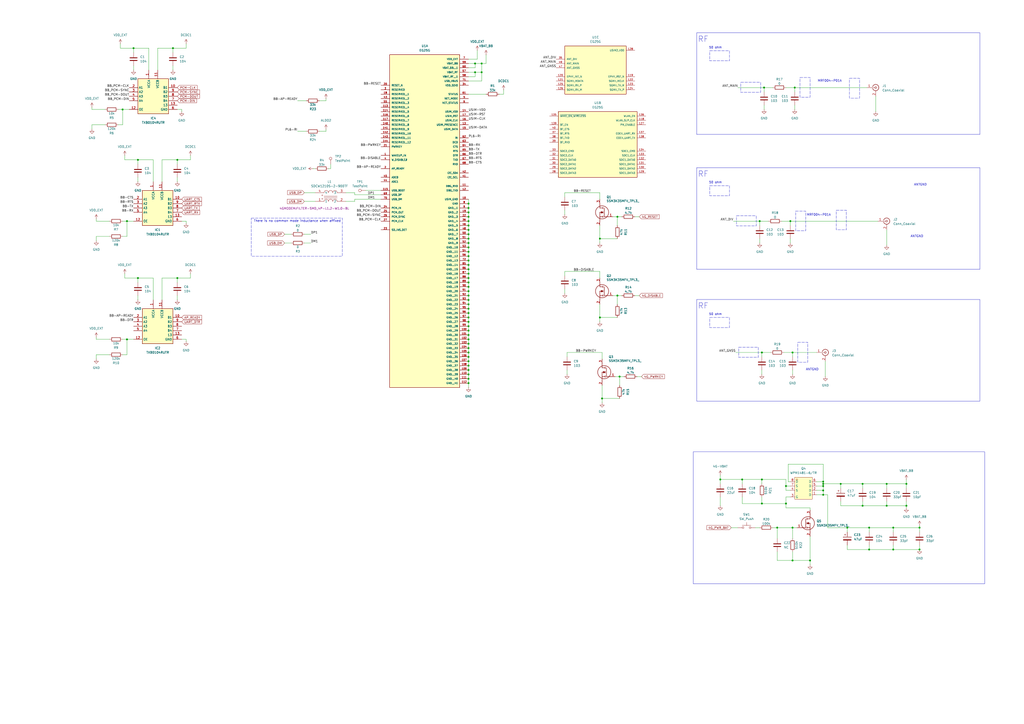
<source format=kicad_sch>
(kicad_sch (version 20231120) (generator "eeschema") (generator_version "8.0")
  (paper "A2")
  (junction (at 271.78 173.99))
  (junction (at 271.78 179.07))
  (junction (at 450.85 306.07))
  (junction (at 271.78 118.11))
  (junction (at 102.87 161.29))
  (junction (at 441.96 204.47))
  (junction (at 271.78 176.53))
  (junction (at 271.78 219.71))
  (junction (at 73.66 128.27))
  (junction (at 514.35 293.37))
  (junction (at 275.59 36.83))
  (junction (at 349.25 231.14))
  (junction (at 271.78 186.69))
  (junction (at 271.78 120.65))
  (junction (at 358.14 171.45))
  (junction (at 271.78 191.77))
  (junction (at 279.4 36.83))
  (junction (at 459.74 325.12))
  (junction (at 469.9 325.12))
  (junction (at 477.52 280.67))
  (junction (at 271.78 181.61))
  (junction (at 271.78 194.31))
  (junction (at 487.68 280.67))
  (junction (at 271.78 209.55))
  (junction (at 271.78 166.37))
  (junction (at 359.41 218.44))
  (junction (at 271.78 222.25))
  (junction (at 525.78 293.37))
  (junction (at 271.78 168.91))
  (junction (at 430.53 278.13))
  (junction (at 500.38 293.37))
  (junction (at 271.78 130.81))
  (junction (at 504.19 318.77))
  (junction (at 459.74 306.07))
  (junction (at 347.98 138.43))
  (junction (at 80.01 161.29))
  (junction (at 443.23 50.8))
  (junction (at 458.47 128.27))
  (junction (at 271.78 146.05))
  (junction (at 271.78 217.17))
  (junction (at 477.52 284.48))
  (junction (at 271.78 148.59))
  (junction (at 533.4 306.07))
  (junction (at 504.19 306.07))
  (junction (at 271.78 214.63))
  (junction (at 441.96 292.1))
  (junction (at 525.78 280.67))
  (junction (at 271.78 207.01))
  (junction (at 275.59 41.91))
  (junction (at 271.78 199.39))
  (junction (at 71.12 63.5))
  (junction (at 518.16 306.07))
  (junction (at 271.78 158.75))
  (junction (at 271.78 189.23))
  (junction (at 459.74 204.47))
  (junction (at 73.66 196.85))
  (junction (at 271.78 138.43))
  (junction (at 271.78 156.21))
  (junction (at 271.78 143.51))
  (junction (at 279.4 41.91))
  (junction (at 271.78 153.67))
  (junction (at 271.78 125.73))
  (junction (at 455.93 281.94))
  (junction (at 477.52 281.94))
  (junction (at 461.01 50.8))
  (junction (at 271.78 140.97))
  (junction (at 441.96 278.13))
  (junction (at 533.4 318.77))
  (junction (at 358.14 125.73))
  (junction (at 271.78 171.45))
  (junction (at 80.01 92.71))
  (junction (at 271.78 151.13))
  (junction (at 271.78 201.93))
  (junction (at 100.33 27.94))
  (junction (at 491.49 306.07))
  (junction (at 77.47 27.94))
  (junction (at 271.78 204.47))
  (junction (at 477.52 287.02))
  (junction (at 347.98 184.15))
  (junction (at 514.35 280.67))
  (junction (at 271.78 163.83))
  (junction (at 102.87 92.71))
  (junction (at 271.78 133.35))
  (junction (at 271.78 128.27))
  (junction (at 271.78 184.15))
  (junction (at 271.78 212.09))
  (junction (at 500.38 280.67))
  (junction (at 477.52 279.4))
  (junction (at 271.78 161.29))
  (junction (at 271.78 123.19))
  (junction (at 271.78 196.85))
  (junction (at 455.93 292.1))
  (junction (at 518.16 318.77))
  (junction (at 417.83 278.13))
  (junction (at 271.78 135.89))
  (junction (at 440.69 128.27))
  (wire (pts (xy 458.47 128.27) (xy 509.27 128.27)))
  (wire (pts (xy 518.16 306.07) (xy 518.16 308.61)))
  (wire (pts (xy 368.3 171.45) (xy 370.84 171.45)))
  (wire (pts (xy 271.78 156.21) (xy 271.78 158.75)))
  (wire (pts (xy 191.77 97.79) (xy 190.5 97.79)))
  (wire (pts (xy 271.78 191.77) (xy 271.78 194.31)))
  (wire (pts (xy 347.98 184.15) (xy 347.98 186.69)))
  (wire (pts (xy 450.85 325.12) (xy 459.74 325.12)))
  (wire (pts (xy 93.98 161.29) (xy 102.87 161.29)))
  (wire (pts (xy 271.78 120.65) (xy 271.78 123.19)))
  (wire (pts (xy 430.53 278.13) (xy 441.96 278.13)))
  (wire (pts (xy 68.58 63.5) (xy 71.12 63.5)))
  (wire (pts (xy 91.44 27.94) (xy 100.33 27.94)))
  (wire (pts (xy 271.78 133.35) (xy 271.78 135.89)))
  (wire (pts (xy 191.77 95.25) (xy 191.77 97.79)))
  (wire (pts (xy 100.33 27.94) (xy 107.95 27.94)))
  (wire (pts (xy 347.98 130.81) (xy 347.98 138.43)))
  (wire (pts (xy 461.01 60.96) (xy 461.01 63.5)))
  (wire (pts (xy 458.47 128.27) (xy 458.47 130.81)))
  (wire (pts (xy 100.33 38.1) (xy 100.33 40.64)))
  (wire (pts (xy 469.9 294.64) (xy 455.93 294.64)))
  (wire (pts (xy 491.49 306.07) (xy 491.49 308.61)))
  (wire (pts (xy 533.4 304.8) (xy 533.4 306.07)))
  (wire (pts (xy 271.78 118.11) (xy 271.78 120.65)))
  (wire (pts (xy 271.78 189.23) (xy 271.78 191.77)))
  (wire (pts (xy 220.98 115.57) (xy 205.74 115.57)))
  (wire (pts (xy 358.14 125.73) (xy 355.6 125.73)))
  (wire (pts (xy 469.9 295.91) (xy 469.9 294.64)))
  (wire (pts (xy 271.78 212.09) (xy 271.78 214.63)))
  (wire (pts (xy 176.53 116.84) (xy 182.88 116.84)))
  (wire (pts (xy 441.96 214.63) (xy 441.96 217.17)))
  (wire (pts (xy 271.78 138.43) (xy 271.78 140.97)))
  (wire (pts (xy 271.78 199.39) (xy 271.78 201.93)))
  (wire (pts (xy 212.09 110.49) (xy 220.98 110.49)))
  (wire (pts (xy 417.83 275.59) (xy 417.83 278.13)))
  (wire (pts (xy 271.78 214.63) (xy 271.78 217.17)))
  (wire (pts (xy 71.12 63.5) (xy 74.93 63.5)))
  (wire (pts (xy 55.88 139.7) (xy 55.88 137.16)))
  (wire (pts (xy 271.78 207.01) (xy 271.78 209.55)))
  (wire (pts (xy 205.74 113.03) (xy 205.74 111.76)))
  (wire (pts (xy 180.34 140.97) (xy 176.53 140.97)))
  (wire (pts (xy 88.9 173.99) (xy 88.9 161.29)))
  (wire (pts (xy 271.78 135.89) (xy 271.78 138.43)))
  (wire (pts (xy 55.88 127) (xy 55.88 128.27)))
  (wire (pts (xy 518.16 318.77) (xy 504.19 318.77)))
  (wire (pts (xy 91.44 40.64) (xy 91.44 27.94)))
  (wire (pts (xy 417.83 278.13) (xy 417.83 280.67)))
  (wire (pts (xy 71.12 72.39) (xy 71.12 63.5)))
  (wire (pts (xy 438.15 306.07) (xy 440.69 306.07)))
  (wire (pts (xy 441.96 292.1) (xy 455.93 292.1)))
  (wire (pts (xy 271.78 115.57) (xy 271.78 118.11)))
  (wire (pts (xy 71.12 196.85) (xy 73.66 196.85)))
  (wire (pts (xy 328.93 207.01) (xy 328.93 204.47)))
  (wire (pts (xy 533.4 318.77) (xy 518.16 318.77)))
  (wire (pts (xy 189.103 58.42) (xy 185.293 58.42)))
  (wire (pts (xy 487.68 280.67) (xy 500.38 280.67)))
  (wire (pts (xy 455.93 288.29) (xy 458.47 288.29)))
  (wire (pts (xy 441.96 278.13) (xy 455.93 278.13)))
  (wire (pts (xy 455.93 284.48) (xy 458.47 284.48)))
  (wire (pts (xy 55.88 208.28) (xy 55.88 205.74)))
  (wire (pts (xy 504.19 318.77) (xy 491.49 318.77)))
  (wire (pts (xy 441.96 204.47) (xy 447.04 204.47)))
  (wire (pts (xy 271.78 217.17) (xy 271.78 219.71)))
  (wire (pts (xy 459.74 204.47) (xy 454.66 204.47)))
  (wire (pts (xy 271.78 46.99) (xy 279.4 46.99)))
  (wire (pts (xy 440.69 138.43) (xy 440.69 140.97)))
  (wire (pts (xy 477.52 280.67) (xy 487.68 280.67)))
  (wire (pts (xy 105.41 64.77) (xy 105.41 63.5)))
  (wire (pts (xy 271.78 34.29) (xy 276.86 34.29)))
  (wire (pts (xy 55.88 128.27) (xy 63.5 128.27)))
  (wire (pts (xy 514.35 290.83) (xy 514.35 293.37)))
  (wire (pts (xy 500.38 290.83) (xy 500.38 293.37)))
  (wire (pts (xy 93.98 173.99) (xy 93.98 161.29)))
  (wire (pts (xy 107.95 196.85) (xy 105.41 196.85)))
  (wire (pts (xy 455.93 294.64) (xy 455.93 292.1)))
  (wire (pts (xy 360.68 125.73) (xy 358.14 125.73)))
  (wire (pts (xy 360.68 171.45) (xy 358.14 171.45)))
  (wire (pts (xy 271.78 204.47) (xy 271.78 207.01)))
  (wire (pts (xy 455.93 288.29) (xy 455.93 292.1)))
  (wire (pts (xy 358.14 171.45) (xy 355.6 171.45)))
  (wire (pts (xy 271.78 179.07) (xy 271.78 181.61)))
  (wire (pts (xy 514.35 280.67) (xy 525.78 280.67)))
  (wire (pts (xy 459.74 214.63) (xy 459.74 217.17)))
  (wire (pts (xy 181.61 97.79) (xy 182.88 97.79)))
  (wire (pts (xy 271.78 123.19) (xy 271.78 125.73)))
  (wire (pts (xy 462.28 306.07) (xy 459.74 306.07)))
  (wire (pts (xy 425.45 128.27) (xy 440.69 128.27)))
  (wire (pts (xy 107.95 198.12) (xy 107.95 196.85)))
  (wire (pts (xy 327.66 157.48) (xy 347.98 157.48)))
  (wire (pts (xy 271.78 201.93) (xy 271.78 204.47)))
  (wire (pts (xy 504.19 306.07) (xy 504.19 308.61)))
  (wire (pts (xy 440.69 128.27) (xy 445.77 128.27)))
  (wire (pts (xy 459.74 306.07) (xy 459.74 312.42)))
  (wire (pts (xy 275.59 39.37) (xy 271.78 39.37)))
  (wire (pts (xy 271.78 158.75) (xy 271.78 161.29)))
  (wire (pts (xy 448.31 306.07) (xy 450.85 306.07)))
  (wire (pts (xy 279.4 41.91) (xy 279.4 36.83)))
  (wire (pts (xy 275.59 44.45) (xy 271.78 44.45)))
  (wire (pts (xy 443.23 50.8) (xy 443.23 53.34)))
  (wire (pts (xy 271.78 173.99) (xy 271.78 176.53)))
  (wire (pts (xy 177.673 76.2) (xy 172.593 76.2)))
  (wire (pts (xy 107.95 128.27) (xy 105.41 128.27)))
  (wire (pts (xy 441.96 288.29) (xy 441.96 292.1)))
  (wire (pts (xy 205.74 115.57) (xy 205.74 116.84)))
  (wire (pts (xy 358.14 138.43) (xy 347.98 138.43)))
  (wire (pts (xy 271.78 171.45) (xy 271.78 173.99)))
  (wire (pts (xy 491.49 306.07) (xy 504.19 306.07)))
  (wire (pts (xy 477.52 269.24) (xy 477.52 279.4)))
  (wire (pts (xy 55.88 196.85) (xy 63.5 196.85)))
  (wire (pts (xy 533.4 306.07) (xy 533.4 308.61)))
  (wire (pts (xy 55.88 205.74) (xy 63.5 205.74)))
  (wire (pts (xy 275.59 41.91) (xy 275.59 44.45)))
  (wire (pts (xy 455.93 281.94) (xy 455.93 284.48)))
  (wire (pts (xy 327.66 111.76) (xy 347.98 111.76)))
  (wire (pts (xy 441.96 278.13) (xy 441.96 280.67)))
  (wire (pts (xy 271.78 176.53) (xy 271.78 179.07)))
  (wire (pts (xy 271.78 186.69) (xy 271.78 189.23)))
  (wire (pts (xy 271.78 151.13) (xy 271.78 153.67)))
  (wire (pts (xy 455.93 278.13) (xy 455.93 281.94)))
  (wire (pts (xy 88.9 105.41) (xy 88.9 92.71)))
  (wire (pts (xy 358.14 184.15) (xy 347.98 184.15)))
  (wire (pts (xy 349.25 204.47) (xy 349.25 208.28)))
  (wire (pts (xy 271.78 184.15) (xy 271.78 186.69)))
  (wire (pts (xy 80.01 161.29) (xy 72.39 161.29)))
  (wire (pts (xy 459.74 204.47) (xy 459.74 207.01)))
  (wire (pts (xy 53.34 62.23) (xy 53.34 63.5)))
  (wire (pts (xy 77.47 27.94) (xy 77.47 30.48)))
  (wire (pts (xy 165.1 140.97) (xy 168.91 140.97)))
  (wire (pts (xy 180.34 135.89) (xy 176.53 135.89)))
  (wire (pts (xy 53.34 63.5) (xy 60.96 63.5)))
  (wire (pts (xy 327.66 121.92) (xy 327.66 124.46)))
  (wire (pts (xy 271.78 146.05) (xy 271.78 148.59)))
  (wire (pts (xy 53.34 74.93) (xy 53.34 72.39)))
  (wire (pts (xy 107.95 27.94) (xy 107.95 25.4)))
  (wire (pts (xy 478.79 218.44) (xy 478.79 209.55)))
  (wire (pts (xy 417.83 278.13) (xy 430.53 278.13)))
  (wire (pts (xy 271.78 130.81) (xy 271.78 133.35)))
  (wire (pts (xy 100.33 27.94) (xy 100.33 30.48)))
  (wire (pts (xy 110.49 92.71) (xy 110.49 90.17)))
  (wire (pts (xy 458.47 128.27) (xy 453.39 128.27)))
  (wire (pts (xy 327.66 160.02) (xy 327.66 157.48)))
  (wire (pts (xy 80.01 102.87) (xy 80.01 105.41)))
  (wire (pts (xy 369.57 218.44) (xy 372.11 218.44)))
  (wire (pts (xy 271.78 196.85) (xy 271.78 199.39)))
  (wire (pts (xy 480.06 306.07) (xy 491.49 306.07)))
  (wire (pts (xy 358.14 130.81) (xy 358.14 125.73)))
  (wire (pts (xy 73.66 128.27) (xy 77.47 128.27)))
  (wire (pts (xy 457.2 269.24) (xy 477.52 269.24)))
  (wire (pts (xy 165.1 135.89) (xy 168.91 135.89)))
  (wire (pts (xy 271.78 209.55) (xy 271.78 212.09)))
  (wire (pts (xy 525.78 278.13) (xy 525.78 280.67)))
  (wire (pts (xy 275.59 36.83) (xy 275.59 39.37)))
  (wire (pts (xy 533.4 316.23) (xy 533.4 318.77)))
  (wire (pts (xy 514.35 293.37) (xy 500.38 293.37)))
  (wire (pts (xy 450.85 320.04) (xy 450.85 325.12)))
  (wire (pts (xy 327.66 167.64) (xy 327.66 170.18)))
  (wire (pts (xy 102.87 92.71) (xy 102.87 95.25)))
  (wire (pts (xy 328.93 204.47) (xy 349.25 204.47)))
  (wire (pts (xy 514.35 142.24) (xy 514.35 133.35)))
  (wire (pts (xy 107.95 129.54) (xy 107.95 128.27)))
  (wire (pts (xy 469.9 325.12) (xy 469.9 327.66)))
  (wire (pts (xy 205.74 116.84) (xy 200.66 116.84)))
  (wire (pts (xy 80.01 92.71) (xy 72.39 92.71)))
  (wire (pts (xy 102.87 92.71) (xy 110.49 92.71)))
  (wire (pts (xy 275.59 41.91) (xy 279.4 41.91)))
  (wire (pts (xy 440.69 128.27) (xy 440.69 130.81)))
  (wire (pts (xy 480.06 287.02) (xy 477.52 287.02)))
  (wire (pts (xy 71.12 128.27) (xy 73.66 128.27)))
  (wire (pts (xy 93.98 105.41) (xy 93.98 92.71)))
  (wire (pts (xy 347.98 138.43) (xy 347.98 140.97)))
  (wire (pts (xy 271.78 36.83) (xy 275.59 36.83)))
  (wire (pts (xy 271.78 222.25) (xy 271.78 224.79)))
  (wire (pts (xy 347.98 176.53) (xy 347.98 184.15)))
  (wire (pts (xy 271.78 54.61) (xy 281.94 54.61)))
  (wire (pts (xy 504.19 316.23) (xy 504.19 318.77)))
  (wire (pts (xy 72.39 92.71) (xy 72.39 90.17)))
  (wire (pts (xy 457.2 279.4) (xy 457.2 269.24)))
  (wire (pts (xy 88.9 92.71) (xy 80.01 92.71)))
  (wire (pts (xy 71.12 137.16) (xy 73.66 137.16)))
  (wire (pts (xy 359.41 223.52) (xy 359.41 218.44)))
  (wire (pts (xy 359.41 218.44) (xy 356.87 218.44)))
  (wire (pts (xy 271.78 41.91) (xy 275.59 41.91)))
  (wire (pts (xy 514.35 283.21) (xy 514.35 280.67)))
  (wire (pts (xy 480.06 287.02) (xy 480.06 306.07)))
  (wire (pts (xy 459.74 325.12) (xy 469.9 325.12)))
  (wire (pts (xy 487.68 283.21) (xy 487.68 280.67)))
  (wire (pts (xy 525.78 280.67) (xy 525.78 283.21)))
  (wire (pts (xy 105.41 63.5) (xy 102.87 63.5)))
  (wire (pts (xy 473.71 284.48) (xy 477.52 284.48)))
  (wire (pts (xy 271.78 143.51) (xy 271.78 146.05)))
  (wire (pts (xy 73.66 205.74) (xy 73.66 196.85)))
  (wire (pts (xy 347.98 111.76) (xy 347.98 115.57)))
  (wire (pts (xy 55.88 137.16) (xy 63.5 137.16)))
  (wire (pts (xy 275.59 36.83) (xy 279.4 36.83)))
  (wire (pts (xy 508 64.77) (xy 508 55.88)))
  (wire (pts (xy 327.66 114.3) (xy 327.66 111.76)))
  (wire (pts (xy 477.52 284.48) (xy 477.52 287.02)))
  (wire (pts (xy 102.87 161.29) (xy 102.87 163.83)))
  (wire (pts (xy 473.71 281.94) (xy 477.52 281.94)))
  (wire (pts (xy 500.38 280.67) (xy 514.35 280.67)))
  (wire (pts (xy 189.103 57.15) (xy 189.103 58.42)))
  (wire (pts (xy 491.49 318.77) (xy 491.49 316.23)))
  (wire (pts (xy 80.01 92.71) (xy 80.01 95.25)))
  (wire (pts (xy 176.53 111.76) (xy 182.88 111.76)))
  (wire (pts (xy 469.9 311.15) (xy 469.9 325.12)))
  (wire (pts (xy 450.85 306.07) (xy 459.74 306.07)))
  (wire (pts (xy 271.78 161.29) (xy 271.78 163.83)))
  (wire (pts (xy 361.95 218.44) (xy 359.41 218.44)))
  (wire (pts (xy 292.1 52.07) (xy 292.1 54.61)))
  (wire (pts (xy 72.39 161.29) (xy 72.39 158.75)))
  (wire (pts (xy 424.18 306.07) (xy 427.99 306.07)))
  (wire (pts (xy 68.58 72.39) (xy 71.12 72.39)))
  (wire (pts (xy 80.01 161.29) (xy 80.01 163.83)))
  (wire (pts (xy 271.78 168.91) (xy 271.78 171.45)))
  (wire (pts (xy 525.78 293.37) (xy 514.35 293.37)))
  (wire (pts (xy 279.4 36.83) (xy 281.94 36.83)))
  (wire (pts (xy 368.3 125.73) (xy 370.84 125.73)))
  (wire (pts (xy 461.01 50.8) (xy 461.01 53.34)))
  (wire (pts (xy 271.78 140.97) (xy 271.78 143.51)))
  (wire (pts (xy 349.25 231.14) (xy 349.25 233.68)))
  (wire (pts (xy 271.78 125.73) (xy 271.78 128.27)))
  (wire (pts (xy 77.47 27.94) (xy 69.85 27.94)))
  (wire (pts (xy 102.87 161.29) (xy 110.49 161.29)))
  (wire (pts (xy 271.78 219.71) (xy 271.78 222.25)))
  (wire (pts (xy 477.52 279.4) (xy 477.52 280.67)))
  (wire (pts (xy 430.53 288.29) (xy 430.53 292.1)))
  (wire (pts (xy 55.88 195.58) (xy 55.88 196.85)))
  (wire (pts (xy 455.93 281.94) (xy 458.47 281.94)))
  (wire (pts (xy 504.19 306.07) (xy 518.16 306.07)))
  (wire (pts (xy 73.66 196.85) (xy 77.47 196.85)))
  (wire (pts (xy 477.52 280.67) (xy 477.52 281.94)))
  (wire (pts (xy 86.36 40.64) (xy 86.36 27.94)))
  (wire (pts (xy 102.87 171.45) (xy 102.87 173.99)))
  (wire (pts (xy 189.103 76.2) (xy 185.293 76.2)))
  (wire (pts (xy 518.16 316.23) (xy 518.16 318.77)))
  (wire (pts (xy 276.86 29.21) (xy 276.86 34.29)))
  (wire (pts (xy 177.673 58.42) (xy 172.593 58.42)))
  (wire (pts (xy 53.34 72.39) (xy 60.96 72.39)))
  (wire (pts (xy 271.78 128.27) (xy 271.78 130.81)))
  (wire (pts (xy 205.74 111.76) (xy 200.66 111.76)))
  (wire (pts (xy 359.41 231.14) (xy 349.25 231.14)))
  (wire (pts (xy 93.98 92.71) (xy 102.87 92.71)))
  (wire (pts (xy 458.47 279.4) (xy 457.2 279.4)))
  (wire (pts (xy 525.78 293.37) (xy 525.78 294.64)))
  (wire (pts (xy 518.16 306.07) (xy 533.4 306.07)))
  (wire (pts (xy 473.71 279.4) (xy 477.52 279.4)))
  (wire (pts (xy 443.23 50.8) (xy 448.31 50.8)))
  (wire (pts (xy 279.4 46.99) (xy 279.4 41.91)))
  (wire (pts (xy 271.78 181.61) (xy 271.78 184.15)))
  (wire (pts (xy 110.49 161.29) (xy 110.49 158.75)))
  (wire (pts (xy 473.71 287.02) (xy 477.52 287.02)))
  (wire (pts (xy 88.9 161.29) (xy 80.01 161.29)))
  (wire (pts (xy 461.01 50.8) (xy 502.92 50.8)))
  (wire (pts (xy 487.68 293.37) (xy 487.68 290.83)))
  (wire (pts (xy 77.47 38.1) (xy 77.47 40.64)))
  (wire (pts (xy 71.12 205.74) (xy 73.66 205.74)))
  (wire (pts (xy 430.53 292.1) (xy 441.96 292.1)))
  (wire (pts (xy 477.52 281.94) (xy 477.52 284.48)))
  (wire (pts (xy 328.93 214.63) (xy 328.93 217.17)))
  (wire (pts (xy 450.85 306.07) (xy 450.85 312.42)))
  (wire (pts (xy 500.38 293.37) (xy 487.68 293.37)))
  (wire (pts (xy 271.78 163.83) (xy 271.78 166.37)))
  (wire (pts (xy 461.01 50.8) (xy 455.93 50.8)))
  (wire (pts (xy 271.78 148.59) (xy 271.78 151.13)))
  (wire (pts (xy 459.74 320.04) (xy 459.74 325.12)))
  (wire (pts (xy 349.25 223.52) (xy 349.25 231.14)))
  (wire (pts (xy 102.87 102.87) (xy 102.87 105.41)))
  (wire (pts (xy 86.36 27.94) (xy 77.47 27.94)))
  (wire (pts (xy 289.56 54.61) (xy 292.1 54.61)))
  (wire (pts (xy 417.83 288.29) (xy 417.83 293.37)))
  (wire (pts (xy 426.72 204.47) (xy 441.96 204.47)))
  (wire (pts (xy 281.94 36.83) (xy 281.94 31.75)))
  (wire (pts (xy 500.38 283.21) (xy 500.38 280.67)))
  (wire (pts (xy 458.47 138.43) (xy 458.47 140.97)))
  (wire (pts (xy 271.78 194.31) (xy 271.78 196.85)))
  (wire (pts (xy 525.78 290.83) (xy 525.78 293.37)))
  (wire (pts (xy 80.01 171.45) (xy 80.01 173.99)))
  (wire (pts (xy 443.23 60.96) (xy 443.23 63.5)))
  (wire (pts (xy 441.96 204.47) (xy 441.96 207.01)))
  (wire (pts (xy 271.78 166.37) (xy 271.78 168.91)))
  (wire (pts (xy 271.78 153.67) (xy 271.78 156.21)))
  (wire (pts (xy 189.103 74.93) (xy 189.103 76.2)))
  (wire (pts (xy 69.85 27.94) (xy 69.85 25.4)))
  (wire (pts (xy 347.98 157.48) (xy 347.98 161.29)))
  (wire (pts (xy 430.53 278.13) (xy 430.53 280.67)))
  (wire (pts (xy 459.74 204.47) (xy 473.71 204.47)))
  (wire (pts (xy 427.99 50.8) (xy 443.23 50.8)))
  (wire (pts (xy 220.98 113.03) (xy 205.74 113.03)))
  (wire (pts (xy 73.66 137.16) (xy 73.66 128.27)))
  (wire (pts (xy 358.14 176.53) (xy 358.14 171.45)))
  (rectangle (start 411.734 107.696) (end 423.164 113.538) (stroke (width 0) (type dash)))
  (rectangle (start 411.734 29.464) (end 423.164 35.306) (stroke (width 0) (type dash)))
  (rectangle (start 461.518 122.428) (end 467.36 133.858) (stroke (width 0) (type dash)))
  (rectangle (start 485.14 121.92) (end 490.982 133.35) (stroke (width 0) (type dash)))
  (rectangle (start 402.082 262.128) (end 571.246 338.582))
  (rectangle (start 428.498 201.422) (end 439.928 207.264) (stroke (width 0) (type dash)))
  (rectangle (start 145.796 126.492) (end 198.628 148.59) (stroke (width 0) (type dash)))
  (rectangle (start 404.114 173.736) (end 568.452 232.664))
  (rectangle (start 462.788 198.628) (end 468.63 210.058) (stroke (width 0) (type dash)))
  (rectangle (start 427.228 125.222) (end 438.658 131.064) (stroke (width 0) (type dash)))
  (rectangle (start 429.768 47.752) (end 441.198 53.594) (stroke (width 0) (type dash)))
  (rectangle (start 404.114 19.05) (end 568.452 77.978))
  (rectangle (start 411.734 184.15) (end 423.164 189.992) (stroke (width 0) (type dash)))
  (rectangle (start 464.058 44.958) (end 469.9 56.388) (stroke (width 0) (type dash)))
  (rectangle (start 492.76 45.466) (end 498.602 56.896) (stroke (width 0) (type dash)))
  (rectangle (start 404.114 97.282) (end 568.452 156.21))
  (text "50 ohm" (at 415.036 182.372 0) (effects (font (size 1.27 1.27))))
  (text "There is no common mode inductance when affixed" (at 172.466 128.27 0) (effects (font (size 1.27 1.27))))
  (text "RF\n" (at 407.924 22.86 0) (effects (font (size 3.27 3.27))))
  (text "MRF004-P01A" (at 474.98 124.714 0) (effects (font (size 1.27 1.27))))
  (text "RF\n" (at 407.924 177.546 0) (effects (font (size 3.27 3.27))))
  (text "50 ohm" (at 415.036 105.918 0) (effects (font (size 1.27 1.27))))
  (text "ANTGND\n" (at 531.876 137.16 0) (effects (font (size 1.27 1.27))))
  (text "ANTGND\n" (at 533.908 107.188 0) (effects (font (size 1.27 1.27))))
  (text "MRF004-P01A" (at 481.33 46.99 0) (effects (font (size 1.27 1.27))))
  (text "50 ohm" (at 415.036 27.686 0) (effects (font (size 1.27 1.27))))
  (text "RF\n" (at 407.924 101.092 0) (effects (font (size 3.27 3.27))))
  (text "ANTGND\n" (at 471.17 214.376 0) (effects (font (size 1.27 1.27))))
  (label "USIM-VDD" (at 271.78 64.77 0))
  (label "BB-DTR" (at 77.47 186.69 180))
  (label "BB_PCM-CLK" (at 220.98 128.27 180))
  (label "BB-DTR" (at 271.78 90.17 0))
  (label "BB-AP-READY" (at 77.47 184.15 180))
  (label "ANT_GNSS" (at 322.58 39.37 180))
  (label "BB-CTS" (at 271.78 95.25 0))
  (label "ANT_GNSS" (at 426.72 204.47 180))
  (label "ANT_DIV" (at 425.45 128.27 180))
  (label "BB-AP-READY" (at 220.98 97.79 180))
  (label "BB-TX" (at 77.47 120.65 180))
  (label "BB-TX" (at 271.78 87.63 0))
  (label "BB-PWRKEY" (at 334.01 204.47 0))
  (label "USIM-RST" (at 271.78 67.31 0))
  (label "BB_PCM-DIN" (at 220.98 120.65 180))
  (label "DP1" (at 180.34 135.89 0))
  (label "USIM-CLK" (at 271.78 69.85 0))
  (label "BB-RX" (at 77.47 123.19 180))
  (label "DM1" (at 180.34 140.97 0))
  (label "BB-PWRKEY" (at 220.98 85.09 180))
  (label "DP1" (at 213.36 113.03 0))
  (label "BB-RX" (at 271.78 85.09 0))
  (label "BB-DISABLE" (at 332.74 157.48 0))
  (label "PL6-RI" (at 172.593 76.2 180))
  (label "BB-RESET" (at 332.74 111.76 0))
  (label "BB_PCM-DOUT" (at 220.98 123.19 180))
  (label "BB_PCM-DIN" (at 74.93 58.42 180))
  (label "BB-DISABLE" (at 220.98 92.71 180))
  (label "ANT_MAIN" (at 322.58 36.83 180))
  (label "BB_PCM-DOUT" (at 74.93 55.88 180))
  (label "BB_PCM-SYNC" (at 220.98 125.73 180))
  (label "ANT_MAIN" (at 427.99 50.8 180))
  (label "BB_PCM-CLK" (at 74.93 50.8 180))
  (label "ANT_DIV" (at 322.58 34.29 180))
  (label "DM1" (at 213.36 115.57 0))
  (label "BB-RESET" (at 220.98 49.53 180))
  (label "BB-RTS" (at 271.78 92.71 0))
  (label "PL6-RI" (at 271.78 80.01 0))
  (label "USIM-DATA" (at 271.78 74.93 0))
  (label "BB-AP-READY" (at 172.593 58.42 180))
  (label "BB_PCM-SYNC" (at 74.93 53.34 180))
  (label "BB-RTS" (at 77.47 118.11 180))
  (label "BB-CTS" (at 77.47 115.57 180))
  (global_label "UART_DTR" (shape input) (at 105.41 186.69 0) (property "Intersheetrefs" "${INTERSHEET_REFS}" (effects (hide yes))))
  (global_label "USB_DP" (shape input) (at 165.1 135.89 180) (property "Intersheetrefs" "${INTERSHEET_REFS}" (effects (hide yes))))
  (global_label "4G_DISABLE" (shape input) (at 370.84 171.45 0) (property "Intersheetrefs" "${INTERSHEET_REFS}" (effects (hide yes))))
  (global_label "PCM-DIN" (shape input) (at 102.87 58.42 0) (property "Intersheetrefs" "${INTERSHEET_REFS}" (effects (hide yes))))
  (global_label "PCM-CLK" (shape input) (at 102.87 50.8 0) (property "Intersheetrefs" "${INTERSHEET_REFS}" (effects (hide yes))))
  (global_label "4G_RESET" (shape input) (at 370.84 125.73 0) (property "Intersheetrefs" "${INTERSHEET_REFS}" (effects (hide yes))))
  (global_label "PCM-DOUT" (shape input) (at 102.87 55.88 0) (property "Intersheetrefs" "${INTERSHEET_REFS}" (effects (hide yes))))
  (global_label "PCM-SYNC" (shape input) (at 102.87 53.34 0) (property "Intersheetrefs" "${INTERSHEET_REFS}" (effects (hide yes))))
  (global_label "4G_PWRKEY" (shape input) (at 372.11 218.44 0) (property "Intersheetrefs" "${INTERSHEET_REFS}" (effects (hide yes))))
  (global_label "USB_DP" (shape input) (at 176.53 111.76 180) (property "Intersheetrefs" "${INTERSHEET_REFS}" (effects (hide yes))))
  (global_label "UART_RX" (shape input) (at 105.41 123.19 0) (property "Intersheetrefs" "${INTERSHEET_REFS}" (effects (hide yes))))
  (global_label "UART_RTX" (shape input) (at 105.41 118.11 0) (property "Intersheetrefs" "${INTERSHEET_REFS}" (effects (hide yes))))
  (global_label "USB_DM" (shape input) (at 176.53 116.84 180) (property "Intersheetrefs" "${INTERSHEET_REFS}" (effects (hide yes))))
  (global_label "4G_PWR_BAT" (shape input) (at 424.18 306.07 180) (property "Intersheetrefs" "${INTERSHEET_REFS}" (effects (hide yes))))
  (global_label "AP_READY" (shape input) (at 105.41 184.15 0) (property "Intersheetrefs" "${INTERSHEET_REFS}" (effects (hide yes))))
  (global_label "UART_CTS" (shape input) (at 105.41 115.57 0) (property "Intersheetrefs" "${INTERSHEET_REFS}" (effects (hide yes))))
  (global_label "USB_DM" (shape input) (at 165.1 140.97 180) (property "Intersheetrefs" "${INTERSHEET_REFS}" (effects (hide yes))))
  (global_label "UART_TX" (shape input) (at 105.41 120.65 0) (property "Intersheetrefs" "${INTERSHEET_REFS}" (effects (hide yes))))
  (symbol (lib_id "power:GND") (at 53.34 74.93 0) (unit 1)
    (property "Reference" "#PWR010" (effects (hide yes)))
    (property "Value" "GND" (at 53.34 80.01 0))
    (property "Description" "Power symbol creates a global label with name \"GND\" , ground" (effects (hide yes)))
  )
  (symbol (lib_id "4GMODEM:SDCW1210S-2-900TF") (at 190.5 114.3 0) (unit 1)
    (property "Reference" "L1" (at 191.135 105.41 0))
    (property "Value" "SDCW1210S-2-900TF" (at 191.135 107.95 0))
    (property "Footprint" "4GMODEM:FILTER-SMD_4P-L1.2-W1.0-BL" (at 182.372 120.904 0))
    (property "Datasheet" "https://lcsc.com/product-detail/Others_Sunlord-SDCW1210S-2-900TF_C370242.html" (effects (hide yes)))
    (property "LCSC Part" "C370242" (effects (hide yes)))
  )
  (symbol (lib_id "Device:C_Polarized") (at 487.68 287.02 0) (unit 1)
    (property "Reference" "C17" (at 491.49 284.8609 0) (effects (justify left)))
    (property "Value" "47uF" (at 491.49 287.4009 0) (effects (justify left)))
    (property "Footprint" "Capacitor_SMD:C_0402_1005Metric" (effects (hide yes)))
    (property "Description" "Polarized capacitor" (effects (hide yes)))
  )
  (symbol (lib_id "power:GND") (at 417.83 293.37 0) (mirror y) (unit 1)
    (property "Reference" "#PWR046" (effects (hide yes)))
    (property "Value" "GND" (at 417.83 298.45 0))
    (property "Description" "Power symbol creates a global label with name \"GND\" , ground" (effects (hide yes)))
  )
  (symbol (lib_id "Device:R") (at 181.483 76.2 90) (mirror x) (unit 1)
    (property "Reference" "R24" (at 181.483 81.026 90))
    (property "Value" "33k" (at 181.483 78.486 90))
    (property "Footprint" "Resistor_SMD:R_0402_1005Metric" (effects (hide yes)))
    (property "Description" "Resistor" (effects (hide yes)))
  )
  (symbol (lib_id "power:GND") (at 271.78 224.79 0) (unit 1)
    (property "Reference" "#PWR01" (effects (hide yes)))
    (property "Value" "GND" (at 271.78 229.87 0))
    (property "Description" "Power symbol creates a global label with name \"GND\" , ground" (effects (hide yes)))
  )
  (symbol (lib_id "power:GND") (at 440.69 140.97 0) (unit 1)
    (property "Reference" "#PWR034" (effects (hide yes)))
    (property "Value" "GND" (at 440.69 146.05 0))
    (property "Description" "Power symbol creates a global label with name \"GND\" , ground" (effects (hide yes)))
  )
  (symbol (lib_id "power:GND") (at 461.01 63.5 0) (mirror y) (unit 1)
    (property "Reference" "#PWR033" (effects (hide yes)))
    (property "Value" "GND" (at 461.01 68.58 0))
    (property "Description" "Power symbol creates a global label with name \"GND\" , ground" (effects (hide yes)))
  )
  (symbol (lib_id "power:GND") (at 514.35 142.24 0) (mirror y) (unit 1)
    (property "Reference" "#PWR049" (effects (hide yes)))
    (property "Value" "GND" (at 514.35 147.32 0))
    (property "Description" "Power symbol creates a global label with name \"GND\" , ground" (effects (hide yes)))
  )
  (symbol (lib_id "Device:C") (at 417.83 284.48 0) (unit 1)
    (property "Reference" "C16" (at 421.64 283.2099 0) (effects (justify left)))
    (property "Value" "22uF" (at 421.64 285.7499 0) (effects (justify left)))
    (property "Footprint" "Capacitor_SMD:C_0402_1005Metric" (effects (hide yes)))
    (property "Description" "Unpolarized capacitor" (effects (hide yes)))
  )
  (symbol (lib_id "Device:C") (at 533.4 312.42 0) (unit 1)
    (property "Reference" "C26" (at 537.21 311.1499 0) (effects (justify left)))
    (property "Value" "33pF" (at 537.21 313.6899 0) (effects (justify left)))
    (property "Footprint" "Capacitor_SMD:C_0402_1005Metric" (effects (hide yes)))
    (property "Description" "Unpolarized capacitor" (effects (hide yes)))
  )
  (symbol (lib_id "Device:R") (at 358.14 134.62 0) (unit 1)
    (property "Reference" "R11" (at 362.966 134.62 90))
    (property "Value" "47k" (at 360.426 134.62 90))
    (property "Footprint" "Resistor_SMD:R_0402_1005Metric" (effects (hide yes)))
    (property "Description" "Resistor" (effects (hide yes)))
  )
  (symbol (lib_id "Device:R") (at 441.96 284.48 0) (unit 1)
    (property "Reference" "R21" (at 446.786 284.48 90))
    (property "Value" "510k" (at 444.246 284.48 90))
    (property "Footprint" "Resistor_SMD:R_0402_1005Metric" (effects (hide yes)))
    (property "Description" "Resistor" (effects (hide yes)))
  )
  (symbol (lib_id "Device:R") (at 449.58 128.27 90) (unit 1)
    (property "Reference" "R18" (at 449.58 123.444 90))
    (property "Value" "0" (at 449.58 125.984 90))
    (property "Footprint" "Resistor_SMD:R_0402_1005Metric" (effects (hide yes)))
    (property "Description" "Resistor" (effects (hide yes)))
  )
  (symbol (lib_id "Device:R") (at 359.41 227.33 0) (unit 1)
    (property "Reference" "R15" (at 364.236 227.33 90))
    (property "Value" "47k" (at 361.696 227.33 90))
    (property "Footprint" "Resistor_SMD:R_0402_1005Metric" (effects (hide yes)))
    (property "Description" "Resistor" (effects (hide yes)))
  )
  (symbol (lib_id "Device:R") (at 444.5 306.07 90) (unit 1)
    (property "Reference" "R20" (at 444.5 301.244 90))
    (property "Value" "100k" (at 444.5 303.784 90))
    (property "Footprint" "Resistor_SMD:R_0402_1005Metric" (effects (hide yes)))
    (property "Description" "Resistor" (effects (hide yes)))
  )
  (symbol (lib_id "power:GND") (at 327.66 170.18 0) (unit 1)
    (property "Reference" "#PWR028" (effects (hide yes)))
    (property "Value" "GND" (at 327.66 175.26 0))
    (property "Description" "Power symbol creates a global label with name \"GND\" , ground" (effects (hide yes)))
  )
  (symbol (lib_id "power:GND") (at 107.95 198.12 0) (unit 1)
    (property "Reference" "#PWR024" (effects (hide yes)))
    (property "Value" "GND" (at 107.95 203.2 0))
    (property "Description" "Power symbol creates a global label with name \"GND\" , ground" (effects (hide yes)))
  )
  (symbol (lib_id "power:VDD") (at 72.39 158.75 0) (unit 1)
    (property "Reference" "#PWR021" (effects (hide yes)))
    (property "Value" "VDD_EXT" (at 72.39 153.67 0))
    (property "Description" "Power symbol creates a global label with name \"VDD\"" (effects (hide yes)))
  )
  (symbol (lib_id "power:GND") (at 102.87 105.41 0) (unit 1)
    (property "Reference" "#PWR016" (effects (hide yes)))
    (property "Value" "GND" (at 102.87 110.49 0))
    (property "Description" "Power symbol creates a global label with name \"GND\" , ground" (effects (hide yes)))
  )
  (symbol (lib_id "Device:C") (at 328.93 210.82 0) (unit 1)
    (property "Reference" "C9" (at 332.74 209.5499 0) (effects (justify left)))
    (property "Value" "103" (at 332.74 212.0899 0) (effects (justify left)))
    (property "Footprint" "Capacitor_SMD:C_0402_1005Metric" (effects (hide yes)))
    (property "Description" "Unpolarized capacitor" (effects (hide yes)))
  )
  (symbol (lib_id "power:GND") (at 478.79 218.44 0) (mirror y) (unit 1)
    (property "Reference" "#PWR050" (effects (hide yes)))
    (property "Value" "GND" (at 478.79 223.52 0))
    (property "Description" "Power symbol creates a global label with name \"GND\" , ground" (effects (hide yes)))
  )
  (symbol (lib_id "power:VDD") (at 53.34 62.23 0) (unit 1)
    (property "Reference" "#PWR011" (effects (hide yes)))
    (property "Value" "VDD_EXT" (at 53.34 57.15 0))
    (property "Description" "Power symbol creates a global label with name \"VDD\"" (effects (hide yes)))
  )
  (symbol (lib_id "Connector:Conn_Coaxial") (at 514.35 128.27 0) (unit 1)
    (property "Reference" "J2" (at 518.16 127.2931 0) (effects (justify left)))
    (property "Value" "Conn_Coaxial" (at 518.16 129.8331 0) (effects (justify left)))
    (property "Footprint" "Connector_Coaxial:U.FL_Molex_MCRF_73412-0110_Vertical" (effects (hide yes)))
    (property "Description" "coaxial connector (BNC, SMA, SMB, SMC, Cinch/RCA, LEMO, ...)" (effects (hide yes)))
  )
  (symbol (lib_id "Device:R") (at 358.14 180.34 0) (unit 1)
    (property "Reference" "R13" (at 362.966 180.34 90))
    (property "Value" "47k" (at 360.426 180.34 90))
    (property "Footprint" "Resistor_SMD:R_0402_1005Metric" (effects (hide yes)))
    (property "Description" "Resistor" (effects (hide yes)))
  )
  (symbol (lib_id "Device:R") (at 172.72 140.97 270) (unit 1)
    (property "Reference" "R3" (at 172.72 145.796 90))
    (property "Value" "0" (at 172.72 143.256 90))
    (property "Footprint" "Resistor_SMD:R_0402_1005Metric" (effects (hide yes)))
    (property "Description" "Resistor" (effects (hide yes)))
  )
  (symbol (lib_id "Device:C") (at 443.23 57.15 0) (unit 1)
    (property "Reference" "C10" (at 447.04 55.8799 0) (effects (justify left)))
    (property "Value" "103" (at 447.04 58.4199 0) (effects (justify left)))
    (property "Footprint" "Capacitor_SMD:C_0402_1005Metric" (effects (hide yes)))
    (property "Description" "Unpolarized capacitor" (effects (hide yes)))
  )
  (symbol (lib_id "power:VDD") (at 276.86 29.21 0) (unit 1)
    (property "Reference" "#PWR02" (effects (hide yes)))
    (property "Value" "VDD_EXT" (at 276.86 24.13 0))
    (property "Description" "Power symbol creates a global label with name \"VDD\"" (effects (hide yes)))
  )
  (symbol (lib_id "power:VDD") (at 533.4 304.8 0) (unit 1)
    (property "Reference" "#PWR042" (effects (hide yes)))
    (property "Value" "VBAT_BB" (at 533.4 299.72 0))
    (property "Description" "Power symbol creates a global label with name \"VDD\"" (effects (hide yes)))
  )
  (symbol (lib_id "power:GND") (at 100.33 40.64 0) (unit 1)
    (property "Reference" "#PWR08" (effects (hide yes)))
    (property "Value" "GND" (at 100.33 45.72 0))
    (property "Description" "Power symbol creates a global label with name \"GND\" , ground" (effects (hide yes)))
  )
  (symbol (lib_id "power:GND") (at 77.47 40.64 0) (unit 1)
    (property "Reference" "#PWR07" (effects (hide yes)))
    (property "Value" "GND" (at 77.47 45.72 0))
    (property "Description" "Power symbol creates a global label with name \"GND\" , ground" (effects (hide yes)))
  )
  (symbol (lib_id "power:GND") (at 458.47 140.97 0) (mirror y) (unit 1)
    (property "Reference" "#PWR035" (effects (hide yes)))
    (property "Value" "GND" (at 458.47 146.05 0))
    (property "Description" "Power symbol creates a global label with name \"GND\" , ground" (effects (hide yes)))
  )
  (symbol (lib_id "Connector:Conn_Coaxial") (at 478.79 204.47 0) (unit 1)
    (property "Reference" "J3" (at 482.6 203.4931 0) (effects (justify left)))
    (property "Value" "Conn_Coaxial" (at 482.6 206.0331 0) (effects (justify left)))
    (property "Footprint" "Connector_Coaxial:U.FL_Molex_MCRF_73412-0110_Vertical" (effects (hide yes)))
    (property "Description" "coaxial connector (BNC, SMA, SMB, SMC, Cinch/RCA, LEMO, ...)" (effects (hide yes)))
  )
  (symbol (lib_id "power:VDD") (at 110.49 158.75 0) (unit 1)
    (property "Reference" "#PWR025" (effects (hide yes)))
    (property "Value" "DCDC1" (at 110.49 153.67 0))
    (property "Description" "Power symbol creates a global label with name \"VDD\"" (effects (hide yes)))
  )
  (symbol (lib_id "4GMODEM:EG25G") (at 345.44 39.37 0) (unit 3)
    (property "Reference" "U1" (at 345.44 21.59 0))
    (property "Value" "EG25G" (at 345.44 24.13 0))
    (property "Footprint" "4GMODEM:XCVR_EG25G" (effects (hide yes)))
    (property "MF" "Quectel" (effects (hide yes)))
    (property "MAXIMUM_PACKAGE_HEIGHT" "2.60mm" (effects (hide yes)))
    (property "Package" "Custom Quectel" (effects (hide yes)))
    (property "Price" "None" (effects (hide yes)))
    (property "Check_prices" "https://www.snapeda.com/parts/EG25G/Quectel/view-part/?ref=eda" (effects (hide yes)))
    (property "STANDARD" "Manufacturer Recommendations" (effects (hide yes)))
    (property "PARTREV" "1.2" (effects (hide yes)))
    (property "SnapEDA_Link" "https://www.snapeda.com/parts/EG25G/Quectel/view-part/?ref=snap" (effects (hide yes)))
    (property "MP" "EG25G" (effects (hide yes)))
    (property "Description_1" "\n                        \n                            Quectel EG25-G is an LTE Cat 4 module optimized specially for M2M and IoT applications. Adopting the 3GPP Rel. 11 LTE technology, it delivers 150Mbps downlink and 50Mbps uplink data rates\n                        \n" (effects (hide yes)))
    (property "Availability" "Not in stock" (effects (hide yes)))
    (property "MANUFACTURER" "QUECTEL" (effects (hide yes)))
  )
  (symbol (lib_id "power:GND") (at 441.96 217.17 0) (unit 1)
    (property "Reference" "#PWR037" (effects (hide yes)))
    (property "Value" "GND" (at 441.96 222.25 0))
    (property "Description" "Power symbol creates a global label with name \"GND\" , ground" (effects (hide yes)))
  )
  (symbol (lib_id "Device:C") (at 102.87 99.06 0) (unit 1)
    (property "Reference" "C4" (at 106.68 97.7899 0) (effects (justify left)))
    (property "Value" "104" (at 106.68 100.3299 0) (effects (justify left)))
    (property "Footprint" "Capacitor_SMD:C_0402_1005Metric" (effects (hide yes)))
    (property "Description" "Unpolarized capacitor" (effects (hide yes)))
  )
  (symbol (lib_id "power:GND") (at 349.25 233.68 0) (unit 1)
    (property "Reference" "#PWR031" (effects (hide yes)))
    (property "Value" "GND" (at 349.25 238.76 0))
    (property "Description" "Power symbol creates a global label with name \"GND\" , ground" (effects (hide yes)))
  )
  (symbol (lib_id "Device:C_Polarized") (at 491.49 312.42 0) (unit 1)
    (property "Reference" "C23" (at 495.3 310.2609 0) (effects (justify left)))
    (property "Value" "47uF" (at 495.3 312.8009 0) (effects (justify left)))
    (property "Footprint" "Capacitor_SMD:C_0402_1005Metric" (effects (hide yes)))
    (property "Description" "Polarized capacitor" (effects (hide yes)))
  )
  (symbol (lib_id "Device:C") (at 80.01 99.06 0) (unit 1)
    (property "Reference" "C3" (at 83.82 97.7899 0) (effects (justify left)))
    (property "Value" "104" (at 83.82 100.3299 0) (effects (justify left)))
    (property "Footprint" "Capacitor_SMD:C_0402_1005Metric" (effects (hide yes)))
    (property "Description" "Unpolarized capacitor" (effects (hide yes)))
  )
  (symbol (lib_id "Device:C") (at 327.66 118.11 0) (unit 1)
    (property "Reference" "C7" (at 331.47 116.8399 0) (effects (justify left)))
    (property "Value" "103" (at 331.47 119.3799 0) (effects (justify left)))
    (property "Footprint" "Capacitor_SMD:C_0402_1005Metric" (effects (hide yes)))
    (property "Description" "Unpolarized capacitor" (effects (hide yes)))
  )
  (symbol (lib_id "Device:R") (at 365.76 218.44 90) (unit 1)
    (property "Reference" "R16" (at 365.76 213.614 90))
    (property "Value" "4.7k" (at 365.76 216.154 90))
    (property "Footprint" "Resistor_SMD:R_0402_1005Metric" (effects (hide yes)))
    (property "Description" "Resistor" (effects (hide yes)))
  )
  (symbol (lib_id "4GMODEM:WPM1481-6_TR") (at 466.09 284.48 0) (unit 1)
    (property "Reference" "Q4" (at 466.09 271.78 0))
    (property "Value" "WPM1481-6/TR" (at 466.09 274.32 0))
    (property "Footprint" "4GMODEM:DFN-6L_L2.0-W2.0-P0.65-BL_WPM1481-6" (effects (hide yes)))
    (property "Datasheet" "https://lcsc.com/product-detail/Others_Will-Semicon-WPM1481-6-TR_C239798.html" (effects (hide yes)))
    (property "LCSC Part" "C239798" (effects (hide yes)))
  )
  (symbol (lib_id "Connector:TestPoint") (at 191.77 95.25 0) (unit 1)
    (property "Reference" "TP2" (at 194.31 90.6779 0) (effects (justify left)))
    (property "Value" "TestPoint" (at 194.31 93.2179 0) (effects (justify left)))
    (property "Footprint" "TestPoint:TestPoint_Pad_D2.0mm" (effects (hide yes)))
    (property "Description" "test point" (effects (hide yes)))
  )
  (symbol (lib_id "Device:R") (at 186.69 97.79 90) (unit 1)
    (property "Reference" "R4" (at 186.69 92.964 90))
    (property "Value" "33k" (at 186.69 95.504 90))
    (property "Footprint" "Resistor_SMD:R_0402_1005Metric" (effects (hide yes)))
    (property "Description" "Resistor" (effects (hide yes)))
  )
  (symbol (lib_id "power:GND") (at 347.98 186.69 0) (unit 1)
    (property "Reference" "#PWR029" (effects (hide yes)))
    (property "Value" "GND" (at 347.98 191.77 0))
    (property "Description" "Power symbol creates a global label with name \"GND\" , ground" (effects (hide yes)))
  )
  (symbol (lib_id "Device:C") (at 327.66 163.83 0) (unit 1)
    (property "Reference" "C8" (at 331.47 162.5599 0) (effects (justify left)))
    (property "Value" "103" (at 331.47 165.0999 0) (effects (justify left)))
    (property "Footprint" "Capacitor_SMD:C_0402_1005Metric" (effects (hide yes)))
    (property "Description" "Unpolarized capacitor" (effects (hide yes)))
  )
  (symbol (lib_id "Device:C") (at 77.47 34.29 0) (unit 1)
    (property "Reference" "C1" (at 81.28 33.0199 0) (effects (justify left)))
    (property "Value" "104" (at 81.28 35.5599 0) (effects (justify left)))
    (property "Footprint" "Capacitor_SMD:C_0402_1005Metric" (effects (hide yes)))
    (property "Description" "Unpolarized capacitor" (effects (hide yes)))
  )
  (symbol (lib_id "power:GND") (at 80.01 173.99 0) (unit 1)
    (property "Reference" "#PWR022" (effects (hide yes)))
    (property "Value" "GND" (at 80.01 179.07 0))
    (property "Description" "Power symbol creates a global label with name \"GND\" , ground" (effects (hide yes)))
  )
  (symbol (lib_id "Device:R") (at 67.31 196.85 270) (unit 1)
    (property "Reference" "R9" (at 67.31 201.676 90))
    (property "Value" "10k" (at 67.31 199.136 90))
    (property "Footprint" "Resistor_SMD:R_0402_1005Metric" (effects (hide yes)))
    (property "Description" "Resistor" (effects (hide yes)))
  )
  (symbol (lib_id "Device:R") (at 364.49 171.45 90) (unit 1)
    (property "Reference" "R14" (at 364.49 166.624 90))
    (property "Value" "4.7k" (at 364.49 169.164 90))
    (property "Footprint" "Resistor_SMD:R_0402_1005Metric" (effects (hide yes)))
    (property "Description" "Resistor" (effects (hide yes)))
  )
  (symbol (lib_id "Connector:Conn_Coaxial") (at 508 50.8 0) (unit 1)
    (property "Reference" "J1" (at 511.81 49.8231 0) (effects (justify left)))
    (property "Value" "Conn_Coaxial" (at 511.81 52.3631 0) (effects (justify left)))
    (property "Footprint" "Connector_Coaxial:U.FL_Molex_MCRF_73412-0110_Vertical" (effects (hide yes)))
    (property "Description" "coaxial connector (BNC, SMA, SMB, SMC, Cinch/RCA, LEMO, ...)" (effects (hide yes)))
  )
  (symbol (lib_id "4GMODEM:SSM3K35MFV_TPL3_") (at 355.6 171.45 0) (mirror y) (unit 1)
    (property "Reference" "Q2" (at 354.584 160.02 0) (effects (justify left)))
    (property "Value" "SSM3K35MFV_TPL3_" (at 370.84 162.306 0) (effects (justify left)))
    (property "Footprint" "4GMODEM:SOTFL40P120X55-3N" (effects (hide yes)))
    (property "Datasheet" "https://componentsearchengine.com/Datasheets/1/SSM3K35MFV(TPL3).pdf" (effects (hide yes)))
    (property "Description" "SSM3K35MFV(TPL3) N-Channel MOSFET, 180 mA, 20 V SSM3, 3-Pin VESM Toshiba" (effects (hide yes)))
    (property "Height" "0.55" (effects (hide yes)))
    (property "Mouser Part Number" "757-SSM3K35MFVTPL3" (effects (hide yes)))
    (property "Mouser Price/Stock" "https://www.mouser.com/Search/Refine.aspx?Keyword=757-SSM3K35MFVTPL3" (effects (hide yes)))
    (property "Manufacturer_Name" "Toshiba" (effects (hide yes)))
    (property "Manufacturer_Part_Number" "SSM3K35MFV(TPL3)" (effects (hide yes)))
  )
  (symbol (lib_id "Device:R") (at 172.72 135.89 90) (unit 1)
    (property "Reference" "R2" (at 172.72 131.064 90))
    (property "Value" "0" (at 172.72 133.604 90))
    (property "Footprint" "Resistor_SMD:R_0402_1005Metric" (effects (hide yes)))
    (property "Description" "Resistor" (effects (hide yes)))
  )
  (symbol (lib_id "Device:C") (at 504.19 312.42 0) (unit 1)
    (property "Reference" "C24" (at 508 311.1499 0) (effects (justify left)))
    (property "Value" "104" (at 508 313.6899 0) (effects (justify left)))
    (property "Footprint" "Capacitor_SMD:C_0402_1005Metric" (effects (hide yes)))
    (property "Description" "Unpolarized capacitor" (effects (hide yes)))
  )
  (symbol (lib_id "power:VDD") (at 55.88 195.58 0) (unit 1)
    (property "Reference" "#PWR019" (effects (hide yes)))
    (property "Value" "VDD_EXT" (at 55.88 190.5 0))
    (property "Description" "Power symbol creates a global label with name \"VDD\"" (effects (hide yes)))
  )
  (symbol (lib_id "power:GND") (at 508 64.77 0) (mirror y) (unit 1)
    (property "Reference" "#PWR036" (effects (hide yes)))
    (property "Value" "GND" (at 508 69.85 0))
    (property "Description" "Power symbol creates a global label with name \"GND\" , ground" (effects (hide yes)))
  )
  (symbol (lib_id "power:VDD") (at 292.1 52.07 0) (unit 1)
    (property "Reference" "#PWR04" (effects (hide yes)))
    (property "Value" "DCDC1" (at 292.1 46.99 0))
    (property "Description" "Power symbol creates a global label with name \"VDD\"" (effects (hide yes)))
  )
  (symbol (lib_id "power:GND") (at 443.23 63.5 0) (unit 1)
    (property "Reference" "#PWR032" (effects (hide yes)))
    (property "Value" "GND" (at 443.23 68.58 0))
    (property "Description" "Power symbol creates a global label with name \"GND\" , ground" (effects (hide yes)))
  )
  (symbol (lib_id "Device:C") (at 459.74 210.82 0) (mirror y) (unit 1)
    (property "Reference" "C15" (at 455.93 209.5499 0) (effects (justify left)))
    (property "Value" "103" (at 455.93 212.0899 0) (effects (justify left)))
    (property "Footprint" "Capacitor_SMD:C_0402_1005Metric" (effects (hide yes)))
    (property "Description" "Unpolarized capacitor" (effects (hide yes)))
  )
  (symbol (lib_id "power:GND") (at 459.74 217.17 0) (mirror y) (unit 1)
    (property "Reference" "#PWR038" (effects (hide yes)))
    (property "Value" "GND" (at 459.74 222.25 0))
    (property "Description" "Power symbol creates a global label with name \"GND\" , ground" (effects (hide yes)))
  )
  (symbol (lib_id "power:GND") (at 55.88 139.7 0) (unit 1)
    (property "Reference" "#PWR013" (effects (hide yes)))
    (property "Value" "GND" (at 55.88 144.78 0))
    (property "Description" "Power symbol creates a global label with name \"GND\" , ground" (effects (hide yes)))
  )
  (symbol (lib_id "4GMODEM:SSM3K35MFV_TPL3_") (at 462.28 306.07 0) (unit 1)
    (property "Reference" "Q5" (at 473.71 302.2599 0) (effects (justify left)))
    (property "Value" "SSM3K35MFV_TPL3_" (at 473.71 304.7999 0) (effects (justify left)))
    (property "Footprint" "4GMODEM:SOTFL40P120X55-3N" (effects (hide yes)))
    (property "Datasheet" "https://componentsearchengine.com/Datasheets/1/SSM3K35MFV(TPL3).pdf" (effects (hide yes)))
    (property "Description" "SSM3K35MFV(TPL3) N-Channel MOSFET, 180 mA, 20 V SSM3, 3-Pin VESM Toshiba" (effects (hide yes)))
    (property "Height" "0.55" (effects (hide yes)))
    (property "Mouser Part Number" "757-SSM3K35MFVTPL3" (effects (hide yes)))
    (property "Mouser Price/Stock" "https://www.mouser.com/Search/Refine.aspx?Keyword=757-SSM3K35MFVTPL3" (effects (hide yes)))
    (property "Manufacturer_Name" "Toshiba" (effects (hide yes)))
    (property "Manufacturer_Part_Number" "SSM3K35MFV(TPL3)" (effects (hide yes)))
  )
  (symbol (lib_id "4GMODEM:TXB0104RUTR") (at 77.47 113.03 0) (unit 1)
    (property "Reference" "IC1" (at 91.44 133.35 0))
    (property "Value" "TXB0104RUTR" (at 91.44 135.89 0))
    (property "Footprint" "TXB0104RUTR" (effects (hide yes)))
    (property "Datasheet" "http://www.ti.com/lit/gpn/txb0104" (effects (hide yes)))
    (property "Description" "4-Bit Bidirectional Voltage-Level Shifter with Auto Direction Sensing and +/-15 kV ESD Protect" (effects (hide yes)))
    (property "Height" "0.55" (effects (hide yes)))
    (property "Mouser Part Number" "595-TXB0104RUTR" (effects (hide yes)))
    (property "Mouser Price/Stock" "https://www.mouser.co.uk/ProductDetail/Texas-Instruments/TXB0104RUTR?qs=EuM%2FBx4ov4Sspadi61aUCA%3D%3D" (effects (hide yes)))
    (property "Manufacturer_Name" "Texas Instruments" (effects (hide yes)))
    (property "Manufacturer_Part_Number" "TXB0104RUTR" (effects (hide yes)))
  )
  (symbol (lib_id "Connector:TestPoint") (at 212.09 110.49 90) (unit 1)
    (property "Reference" "TP1" (at 208.788 105.41 90))
    (property "Value" "TestPoint" (at 208.788 107.95 90))
    (property "Footprint" "TestPoint:TestPoint_Pad_D2.0mm" (effects (hide yes)))
    (property "Description" "test point" (effects (hide yes)))
  )
  (symbol (lib_id "Device:R") (at 64.77 72.39 270) (unit 1)
    (property "Reference" "R6" (at 64.77 77.216 90))
    (property "Value" "120k" (at 64.77 74.676 90))
    (property "Footprint" "Resistor_SMD:R_0402_1005Metric" (effects (hide yes)))
    (property "Description" "Resistor" (effects (hide yes)))
  )
  (symbol (lib_id "power:VDD") (at 72.39 90.17 0) (unit 1)
    (property "Reference" "#PWR014" (effects (hide yes)))
    (property "Value" "VDD_EXT" (at 72.39 85.09 0))
    (property "Description" "Power symbol creates a global label with name \"VDD\"" (effects (hide yes)))
  )
  (symbol (lib_id "power:GND") (at 102.87 173.99 0) (unit 1)
    (property "Reference" "#PWR023" (effects (hide yes)))
    (property "Value" "GND" (at 102.87 179.07 0))
    (property "Description" "Power symbol creates a global label with name \"GND\" , ground" (effects (hide yes)))
  )
  (symbol (lib_id "power:VDD") (at 110.49 90.17 0) (unit 1)
    (property "Reference" "#PWR018" (effects (hide yes)))
    (property "Value" "DCDC1" (at 110.49 85.09 0))
    (property "Description" "Power symbol creates a global label with name \"VDD\"" (effects (hide yes)))
  )
  (symbol (lib_id "power:GND") (at 55.88 208.28 0) (unit 1)
    (property "Reference" "#PWR020" (effects (hide yes)))
    (property "Value" "GND" (at 55.88 213.36 0))
    (property "Description" "Power symbol creates a global label with name \"GND\" , ground" (effects (hide yes)))
  )
  (symbol (lib_id "power:VDD") (at 69.85 25.4 0) (unit 1)
    (property "Reference" "#PWR05" (effects (hide yes)))
    (property "Value" "VDD_EXT" (at 69.85 20.32 0))
    (property "Description" "Power symbol creates a global label with name \"VDD\"" (effects (hide yes)))
  )
  (symbol (lib_id "Device:C") (at 458.47 134.62 0) (mirror y) (unit 1)
    (property "Reference" "C13" (at 454.66 133.3499 0) (effects (justify left)))
    (property "Value" "103" (at 454.66 135.8899 0) (effects (justify left)))
    (property "Footprint" "Capacitor_SMD:C_0402_1005Metric" (effects (hide yes)))
    (property "Description" "Unpolarized capacitor" (effects (hide yes)))
  )
  (symbol (lib_id "Device:C") (at 518.16 312.42 0) (unit 1)
    (property "Reference" "C25" (at 521.97 311.1499 0) (effects (justify left)))
    (property "Value" "33pF" (at 521.97 313.6899 0) (effects (justify left)))
    (property "Footprint" "Capacitor_SMD:C_0402_1005Metric" (effects (hide yes)))
    (property "Description" "Unpolarized capacitor" (effects (hide yes)))
  )
  (symbol (lib_id "Device:C") (at 500.38 287.02 0) (unit 1)
    (property "Reference" "C19" (at 504.19 285.7499 0) (effects (justify left)))
    (property "Value" "104" (at 504.19 288.2899 0) (effects (justify left)))
    (property "Footprint" "Capacitor_SMD:C_0402_1005Metric" (effects (hide yes)))
    (property "Description" "Unpolarized capacitor" (effects (hide yes)))
  )
  (symbol (lib_id "Device:R") (at 67.31 128.27 270) (unit 1)
    (property "Reference" "R7" (at 67.31 133.096 90))
    (property "Value" "10k" (at 67.31 130.556 90))
    (property "Footprint" "Resistor_SMD:R_0402_1005Metric" (effects (hide yes)))
    (property "Description" "Resistor" (effects (hide yes)))
  )
  (symbol (lib_id "power:GND") (at 525.78 294.64 0) (mirror y) (unit 1)
    (property "Reference" "#PWR044" (effects (hide yes)))
    (property "Value" "GND" (at 525.78 299.72 0))
    (property "Description" "Power symbol creates a global label with name \"GND\" , ground" (effects (hide yes)))
  )
  (symbol (lib_id "power:GND") (at 327.66 124.46 0) (unit 1)
    (property "Reference" "#PWR027" (effects (hide yes)))
    (property "Value" "GND" (at 327.66 129.54 0))
    (property "Description" "Power symbol creates a global label with name \"GND\" , ground" (effects (hide yes)))
  )
  (symbol (lib_id "4GMODEM:EG25G") (at 346.71 82.55 0) (unit 2)
    (property "Reference" "U1" (at 346.71 59.69 0))
    (property "Value" "EG25G" (at 346.71 62.23 0))
    (property "Footprint" "4GMODEM:XCVR_EG25G" (effects (hide yes)))
    (property "MF" "Quectel" (effects (hide yes)))
    (property "MAXIMUM_PACKAGE_HEIGHT" "2.60mm" (effects (hide yes)))
    (property "Package" "Custom Quectel" (effects (hide yes)))
    (property "Price" "None" (effects (hide yes)))
    (property "Check_prices" "https://www.snapeda.com/parts/EG25G/Quectel/view-part/?ref=eda" (effects (hide yes)))
    (property "STANDARD" "Manufacturer Recommendations" (effects (hide yes)))
    (property "PARTREV" "1.2" (effects (hide yes)))
    (property "SnapEDA_Link" "https://www.snapeda.com/parts/EG25G/Quectel/view-part/?ref=snap" (effects (hide yes)))
    (property "MP" "EG25G" (effects (hide yes)))
    (property "Description_1" "\n                        \n                            Quectel EG25-G is an LTE Cat 4 module optimized specially for M2M and IoT applications. Adopting the 3GPP Rel. 11 LTE technology, it delivers 150Mbps downlink and 50Mbps uplink data rates\n                        \n" (effects (hide yes)))
    (property "Availability" "Not in stock" (effects (hide yes)))
    (property "MANUFACTURER" "QUECTEL" (effects (hide yes)))
  )
  (symbol (lib_id "Device:C") (at 80.01 167.64 0) (unit 1)
    (property "Reference" "C5" (at 83.82 166.3699 0) (effects (justify left)))
    (property "Value" "104" (at 83.82 168.9099 0) (effects (justify left)))
    (property "Footprint" "Capacitor_SMD:C_0402_1005Metric" (effects (hide yes)))
    (property "Description" "Unpolarized capacitor" (effects (hide yes)))
  )
  (symbol (lib_id "4GMODEM:TXB0104RUTR") (at 77.47 181.61 0) (unit 1)
    (property "Reference" "IC2" (at 91.44 201.93 0))
    (property "Value" "TXB0104RUTR" (at 91.44 204.47 0))
    (property "Footprint" "TXB0104RUTR" (effects (hide yes)))
    (property "Datasheet" "http://www.ti.com/lit/gpn/txb0104" (effects (hide yes)))
    (property "Description" "4-Bit Bidirectional Voltage-Level Shifter with Auto Direction Sensing and +/-15 kV ESD Protect" (effects (hide yes)))
    (property "Height" "0.55" (effects (hide yes)))
    (property "Mouser Part Number" "595-TXB0104RUTR" (effects (hide yes)))
    (property "Mouser Price/Stock" "https://www.mouser.co.uk/ProductDetail/Texas-Instruments/TXB0104RUTR?qs=EuM%2FBx4ov4Sspadi61aUCA%3D%3D" (effects (hide yes)))
    (property "Manufacturer_Name" "Texas Instruments" (effects (hide yes)))
    (property "Manufacturer_Part_Number" "TXB0104RUTR" (effects (hide yes)))
  )
  (symbol (lib_id "power:GND") (at 533.4 318.77 0) (mirror y) (unit 1)
    (property "Reference" "#PWR043" (effects (hide yes)))
    (property "Value" "GND" (at 533.4 323.85 0))
    (property "Description" "Power symbol creates a global label with name \"GND\" , ground" (effects (hide yes)))
  )
  (symbol (lib_id "power:VDD") (at 107.95 25.4 0) (unit 1)
    (property "Reference" "#PWR06" (effects (hide yes)))
    (property "Value" "DCDC1" (at 107.95 20.32 0))
    (property "Description" "Power symbol creates a global label with name \"VDD\"" (effects (hide yes)))
  )
  (symbol (lib_id "Switch:SW_Push") (at 433.07 306.07 0) (unit 1)
    (property "Reference" "SW1" (at 433.07 298.45 0))
    (property "Value" "SW_Push" (at 433.07 300.99 0))
    (property "Footprint" "Button_Switch_THT:SW_PUSH_6mm" (effects (hide yes)))
    (property "Description" "Push button switch, generic, two pins" (effects (hide yes)))
  )
  (symbol (lib_id "Device:C") (at 441.96 210.82 0) (unit 1)
    (property "Reference" "C14" (at 445.77 209.5499 0) (effects (justify left)))
    (property "Value" "103" (at 445.77 212.0899 0) (effects (justify left)))
    (property "Footprint" "Capacitor_SMD:C_0402_1005Metric" (effects (hide yes)))
    (property "Description" "Unpolarized capacitor" (effects (hide yes)))
  )
  (symbol (lib_id "Device:C") (at 450.85 316.23 0) (unit 1)
    (property "Reference" "C22" (at 454.66 314.9599 0) (effects (justify left)))
    (property "Value" "NC" (at 454.66 317.4999 0) (effects (justify left)))
    (property "Footprint" "Capacitor_SMD:C_0402_1005Metric" (effects (hide yes)))
    (property "Description" "Unpolarized capacitor" (effects (hide yes)))
  )
  (symbol (lib_id "Device:C") (at 525.78 287.02 0) (unit 1)
    (property "Reference" "C21" (at 529.59 285.7499 0) (effects (justify left)))
    (property "Value" "10pF" (at 529.59 288.2899 0) (effects (justify left)))
    (property "Footprint" "Capacitor_SMD:C_0402_1005Metric" (effects (hide yes)))
    (property "Description" "Unpolarized capacitor" (effects (hide yes)))
  )
  (symbol (lib_id "power:VDD") (at 525.78 278.13 0) (unit 1)
    (property "Reference" "#PWR041" (effects (hide yes)))
    (property "Value" "VBAT_BB" (at 525.78 273.05 0))
    (property "Description" "Power symbol creates a global label with name \"VDD\"" (effects (hide yes)))
  )
  (symbol (lib_id "power:VDD") (at 417.83 275.59 0) (unit 1)
    (property "Reference" "#PWR039" (effects (hide yes)))
    (property "Value" "4G-VBAT" (at 417.83 270.51 0))
    (property "Description" "Power symbol creates a global label with name \"VDD\"" (effects (hide yes)))
  )
  (symbol (lib_id "power:GND") (at 105.41 64.77 0) (unit 1)
    (property "Reference" "#PWR09" (effects (hide yes)))
    (property "Value" "GND" (at 105.41 69.85 0))
    (property "Description" "Power symbol creates a global label with name \"GND\" , ground" (effects (hide yes)))
  )
  (symbol (lib_id "4GMODEM:TXB0104RUTR") (at 74.93 48.26 0) (unit 1)
    (property "Reference" "IC4" (at 88.9 68.58 0))
    (property "Value" "TXB0104RUTR" (at 88.9 71.12 0))
    (property "Footprint" "TXB0104RUTR" (effects (hide yes)))
    (property "Datasheet" "http://www.ti.com/lit/gpn/txb0104" (effects (hide yes)))
    (property "Description" "4-Bit Bidirectional Voltage-Level Shifter with Auto Direction Sensing and +/-15 kV ESD Protect" (effects (hide yes)))
    (property "Height" "0.55" (effects (hide yes)))
    (property "Mouser Part Number" "595-TXB0104RUTR" (effects (hide yes)))
    (property "Mouser Price/Stock" "https://www.mouser.co.uk/ProductDetail/Texas-Instruments/TXB0104RUTR?qs=EuM%2FBx4ov4Sspadi61aUCA%3D%3D" (effects (hide yes)))
    (property "Manufacturer_Name" "Texas Instruments" (effects (hide yes)))
    (property "Manufacturer_Part_Number" "TXB0104RUTR" (effects (hide yes)))
  )
  (symbol (lib_id "power:GND") (at 80.01 105.41 0) (unit 1)
    (property "Reference" "#PWR015" (effects (hide yes)))
    (property "Value" "GND" (at 80.01 110.49 0))
    (property "Description" "Power symbol creates a global label with name \"GND\" , ground" (effects (hide yes)))
  )
  (symbol (lib_id "power:GND") (at 347.98 140.97 0) (unit 1)
    (property "Reference" "#PWR026" (effects (hide yes)))
    (property "Value" "GND" (at 347.98 146.05 0))
    (property "Description" "Power symbol creates a global label with name \"GND\" , ground" (effects (hide yes)))
  )
  (symbol (lib_id "power:GND") (at 328.93 217.17 0) (unit 1)
    (property "Reference" "#PWR030" (effects (hide yes)))
    (property "Value" "GND" (at 328.93 222.25 0))
    (property "Description" "Power symbol creates a global label with name \"GND\" , ground" (effects (hide yes)))
  )
  (symbol (lib_id "Device:C") (at 100.33 34.29 0) (unit 1)
    (property "Reference" "C2" (at 104.14 33.0199 0) (effects (justify left)))
    (property "Value" "104" (at 104.14 35.5599 0) (effects (justify left)))
    (property "Footprint" "Capacitor_SMD:C_0402_1005Metric" (effects (hide yes)))
    (property "Description" "Unpolarized capacitor" (effects (hide yes)))
  )
  (symbol (lib_id "Device:R") (at 364.49 125.73 90) (unit 1)
    (property "Reference" "R12" (at 364.49 120.904 90))
    (property "Value" "4.7k" (at 364.49 123.444 90))
    (property "Footprint" "Resistor_SMD:R_0402_1005Metric" (effects (hide yes)))
    (property "Description" "Resistor" (effects (hide yes)))
  )
  (symbol (lib_id "4GMODEM:SSM3K35MFV_TPL3_") (at 356.87 218.44 0) (mirror y) (unit 1)
    (property "Reference" "Q3" (at 355.854 207.01 0) (effects (justify left)))
    (property "Value" "SSM3K35MFV_TPL3_" (at 372.11 209.296 0) (effects (justify left)))
    (property "Footprint" "4GMODEM:SOTFL40P120X55-3N" (effects (hide yes)))
    (property "Datasheet" "https://componentsearchengine.com/Datasheets/1/SSM3K35MFV(TPL3).pdf" (effects (hide yes)))
    (property "Description" "SSM3K35MFV(TPL3) N-Channel MOSFET, 180 mA, 20 V SSM3, 3-Pin VESM Toshiba" (effects (hide yes)))
    (property "Height" "0.55" (effects (hide yes)))
    (property "Mouser Part Number" "757-SSM3K35MFVTPL3" (effects (hide yes)))
    (property "Mouser Price/Stock" "https://www.mouser.com/Search/Refine.aspx?Keyword=757-SSM3K35MFVTPL3" (effects (hide yes)))
    (property "Manufacturer_Name" "Toshiba" (effects (hide yes)))
    (property "Manufacturer_Part_Number" "SSM3K35MFV(TPL3)" (effects (hide yes)))
  )
  (symbol (lib_id "4GMODEM:EG25G") (at 246.38 72.39 0) (unit 1)
    (property "Reference" "U1" (at 246.38 26.67 0))
    (property "Value" "EG25G" (at 246.38 29.21 0))
    (property "Footprint" "4GMODEM:XCVR_EG25G" (effects (hide yes)))
    (property "MF" "Quectel" (effects (hide yes)))
    (property "MAXIMUM_PACKAGE_HEIGHT" "2.60mm" (effects (hide yes)))
    (property "Package" "Custom Quectel" (effects (hide yes)))
    (property "Price" "None" (effects (hide yes)))
    (property "Check_prices" "https://www.snapeda.com/parts/EG25G/Quectel/view-part/?ref=eda" (effects (hide yes)))
    (property "STANDARD" "Manufacturer Recommendations" (effects (hide yes)))
    (property "PARTREV" "1.2" (effects (hide yes)))
    (property "SnapEDA_Link" "https://www.snapeda.com/parts/EG25G/Quectel/view-part/?ref=snap" (effects (hide yes)))
    (property "MP" "EG25G" (effects (hide yes)))
    (property "Description_1" "\n                        \n                            Quectel EG25-G is an LTE Cat 4 module optimized specially for M2M and IoT applications. Adopting the 3GPP Rel. 11 LTE technology, it delivers 150Mbps downlink and 50Mbps uplink data rates\n                        \n" (effects (hide yes)))
    (property "Availability" "Not in stock" (effects (hide yes)))
    (property "MANUFACTURER" "QUECTEL" (effects (hide yes)))
  )
  (symbol (lib_id "power:GND") (at 469.9 327.66 0) (mirror y) (unit 1)
    (property "Reference" "#PWR045" (effects (hide yes)))
    (property "Value" "GND" (at 469.9 332.74 0))
    (property "Description" "Power symbol creates a global label with name \"GND\" , ground" (effects (hide yes)))
  )
  (symbol (lib_id "Device:R") (at 181.483 58.42 90) (mirror x) (unit 1)
    (property "Reference" "R23" (at 181.483 63.246 90))
    (property "Value" "33k" (at 181.483 60.706 90))
    (property "Footprint" "Resistor_SMD:R_0402_1005Metric" (effects (hide yes)))
    (property "Description" "Resistor" (effects (hide yes)))
  )
  (symbol (lib_id "Device:R") (at 450.85 204.47 90) (unit 1)
    (property "Reference" "R19" (at 450.85 199.644 90))
    (property "Value" "0" (at 450.85 202.184 90))
    (property "Footprint" "Resistor_SMD:R_0402_1005Metric" (effects (hide yes)))
    (property "Description" "Resistor" (effects (hide yes)))
  )
  (symbol (lib_id "Device:R") (at 67.31 205.74 270) (unit 1)
    (property "Reference" "R10" (at 67.31 210.566 90))
    (property "Value" "120k" (at 67.31 208.026 90))
    (property "Footprint" "Resistor_SMD:R_0402_1005Metric" (effects (hide yes)))
    (property "Description" "Resistor" (effects (hide yes)))
  )
  (symbol (lib_id "power:VDD") (at 281.94 31.75 0) (unit 1)
    (property "Reference" "#PWR040" (effects (hide yes)))
    (property "Value" "VBAT_BB" (at 281.94 26.67 0))
    (property "Description" "Power symbol creates a global label with name \"VDD\"" (effects (hide yes)))
  )
  (symbol (lib_id "Device:C") (at 461.01 57.15 0) (mirror y) (unit 1)
    (property "Reference" "C11" (at 457.2 55.8799 0) (effects (justify left)))
    (property "Value" "103" (at 457.2 58.4199 0) (effects (justify left)))
    (property "Footprint" "Capacitor_SMD:C_0402_1005Metric" (effects (hide yes)))
    (property "Description" "Unpolarized capacitor" (effects (hide yes)))
  )
  (symbol (lib_id "power:VDD") (at 189.103 57.15 0) (mirror y) (unit 1)
    (property "Reference" "#PWR047" (effects (hide yes)))
    (property "Value" "VDD_EXT" (at 189.103 52.07 0))
    (property "Description" "Power symbol creates a global label with name \"VDD\"" (effects (hide yes)))
  )
  (symbol (lib_id "Device:C") (at 430.53 284.48 0) (unit 1)
    (property "Reference" "C18" (at 434.34 283.2099 0) (effects (justify left)))
    (property "Value" "104" (at 434.34 285.7499 0) (effects (justify left)))
    (property "Footprint" "Capacitor_SMD:C_0402_1005Metric" (effects (hide yes)))
    (property "Description" "Unpolarized capacitor" (effects (hide yes)))
  )
  (symbol (lib_id "Device:R") (at 459.74 316.23 0) (unit 1)
    (property "Reference" "R22" (at 464.566 316.23 90))
    (property "Value" "510k" (at 462.026 316.23 90))
    (property "Footprint" "Resistor_SMD:R_0402_1005Metric" (effects (hide yes)))
    (property "Description" "Resistor" (effects (hide yes)))
  )
  (symbol (lib_id "Device:C") (at 514.35 287.02 0) (unit 1)
    (property "Reference" "C20" (at 518.16 285.7499 0) (effects (justify left)))
    (property "Value" "33pF" (at 518.16 288.2899 0) (effects (justify left)))
    (property "Footprint" "Capacitor_SMD:C_0402_1005Metric" (effects (hide yes)))
    (property "Description" "Unpolarized capacitor" (effects (hide yes)))
  )
  (symbol (lib_id "4GMODEM:SSM3K35MFV_TPL3_") (at 355.6 125.73 0) (mirror y) (unit 1)
    (property "Reference" "Q1" (at 354.584 114.3 0) (effects (justify left)))
    (property "Value" "SSM3K35MFV_TPL3_" (at 370.84 116.586 0) (effects (justify left)))
    (property "Footprint" "4GMODEM:SOTFL40P120X55-3N" (effects (hide yes)))
    (property "Datasheet" "https://componentsearchengine.com/Datasheets/1/SSM3K35MFV(TPL3).pdf" (effects (hide yes)))
    (property "Description" "SSM3K35MFV(TPL3) N-Channel MOSFET, 180 mA, 20 V SSM3, 3-Pin VESM Toshiba" (effects (hide yes)))
    (property "Height" "0.55" (effects (hide yes)))
    (property "Mouser Part Number" "757-SSM3K35MFVTPL3" (effects (hide yes)))
    (property "Mouser Price/Stock" "https://www.mouser.com/Search/Refine.aspx?Keyword=757-SSM3K35MFVTPL3" (effects (hide yes)))
    (property "Manufacturer_Name" "Toshiba" (effects (hide yes)))
    (property "Manufacturer_Part_Number" "SSM3K35MFV(TPL3)" (effects (hide yes)))
  )
  (symbol (lib_id "Device:C") (at 440.69 134.62 0) (unit 1)
    (property "Reference" "C12" (at 444.5 133.3499 0) (effects (justify left)))
    (property "Value" "103" (at 444.5 135.8899 0) (effects (justify left)))
    (property "Footprint" "Capacitor_SMD:C_0402_1005Metric" (effects (hide yes)))
    (property "Description" "Unpolarized capacitor" (effects (hide yes)))
  )
  (symbol (lib_id "power:VDD") (at 189.103 74.93 0) (mirror y) (unit 1)
    (property "Reference" "#PWR048" (effects (hide yes)))
    (property "Value" "ALDO2" (at 189.103 69.85 0))
    (property "Description" "Power symbol creates a global label with name \"VDD\"" (effects (hide yes)))
  )
  (symbol (lib_id "power:VDD") (at 181.61 97.79 90) (unit 1)
    (property "Reference" "#PWR03" (effects (hide yes)))
    (property "Value" "VDD_EXT" (at 177.8 97.7899 90) (effects (justify left)))
    (property "Description" "Power symbol creates a global label with name \"VDD\"" (effects (hide yes)))
  )
  (symbol (lib_id "power:GND") (at 107.95 129.54 0) (unit 1)
    (property "Reference" "#PWR017" (effects (hide yes)))
    (property "Value" "GND" (at 107.95 134.62 0))
    (property "Description" "Power symbol creates a global label with name \"GND\" , ground" (effects (hide yes)))
  )
  (symbol (lib_id "Device:R") (at 452.12 50.8 90) (unit 1)
    (property "Reference" "R17" (at 452.12 45.974 90))
    (property "Value" "0" (at 452.12 48.514 90))
    (property "Footprint" "Resistor_SMD:R_0402_1005Metric" (effects (hide yes)))
    (property "Description" "Resistor" (effects (hide yes)))
  )
  (symbol (lib_id "Device:C") (at 102.87 167.64 0) (unit 1)
    (property "Reference" "C6" (at 106.68 166.3699 0) (effects (justify left)))
    (property "Value" "104" (at 106.68 168.9099 0) (effects (justify left)))
    (property "Footprint" "Capacitor_SMD:C_0402_1005Metric" (effects (hide yes)))
    (property "Description" "Unpolarized capacitor" (effects (hide yes)))
  )
  (symbol (lib_id "Device:R") (at 285.75 54.61 90) (unit 1)
    (property "Reference" "R1" (at 285.75 49.784 90))
    (property "Value" "33k" (at 285.75 52.324 90))
    (property "Footprint" "Resistor_SMD:R_0402_1005Metric" (effects (hide yes)))
    (property "Description" "Resistor" (effects (hide yes)))
  )
  (symbol (lib_id "Device:R") (at 64.77 63.5 270) (unit 1)
    (property "Reference" "R5" (at 64.77 68.326 90))
    (property "Value" "10k" (at 64.77 65.786 90))
    (property "Footprint" "Resistor_SMD:R_0402_1005Metric" (effects (hide yes)))
    (property "Description" "Resistor" (effects (hide yes)))
  )
  (symbol (lib_id "Device:R") (at 67.31 137.16 270) (unit 1)
    (property "Reference" "R8" (at 67.31 141.986 90))
    (property "Value" "120k" (at 67.31 139.446 90))
    (property "Footprint" "Resistor_SMD:R_0402_1005Metric" (effects (hide yes)))
    (property "Description" "Resistor" (effects (hide yes)))
  )
  (symbol (lib_id "power:VDD") (at 55.88 127 0) (unit 1)
    (property "Reference" "#PWR012" (effects (hide yes)))
    (property "Value" "VDD_EXT" (at 55.88 121.92 0))
    (property "Description" "Power symbol creates a global label with name \"VDD\"" (effects (hide yes)))
  )
)
</source>
